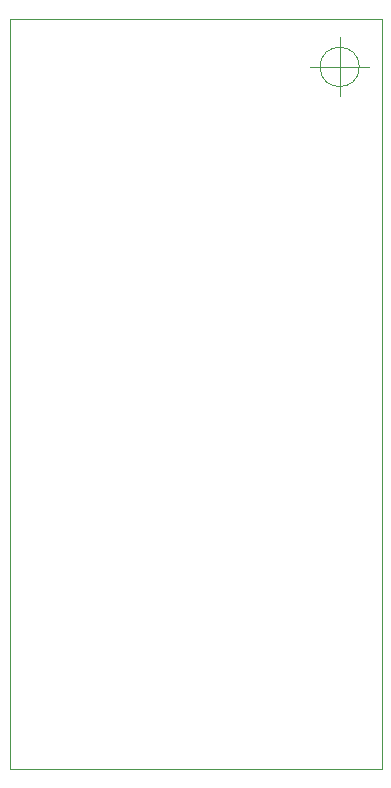
<source format=gbr>
G04 #@! TF.GenerationSoftware,KiCad,Pcbnew,5.1.2-1.fc30*
G04 #@! TF.CreationDate,2019-07-22T18:24:24+02:00*
G04 #@! TF.ProjectId,dasa-3,64617361-2d33-42e6-9b69-6361645f7063,0.5*
G04 #@! TF.SameCoordinates,Original*
G04 #@! TF.FileFunction,Profile,NP*
%FSLAX46Y46*%
G04 Gerber Fmt 4.6, Leading zero omitted, Abs format (unit mm)*
G04 Created by KiCad (PCBNEW 5.1.2-1.fc30) date 2019-07-22 18:24:24*
%MOMM*%
%LPD*%
G04 APERTURE LIST*
%ADD10C,0.050000*%
G04 APERTURE END LIST*
D10*
X146192666Y-52070000D02*
G75*
G03X146192666Y-52070000I-1666666J0D01*
G01*
X142026000Y-52070000D02*
X147026000Y-52070000D01*
X144526000Y-49570000D02*
X144526000Y-54570000D01*
X116586000Y-48000000D02*
X116586000Y-53340000D01*
X116586000Y-111506000D02*
X116586000Y-53340000D01*
X148082000Y-111506000D02*
X116586000Y-111506000D01*
X148082000Y-48000000D02*
X148082000Y-111506000D01*
X116586000Y-48000000D02*
X148082000Y-48000000D01*
M02*

</source>
